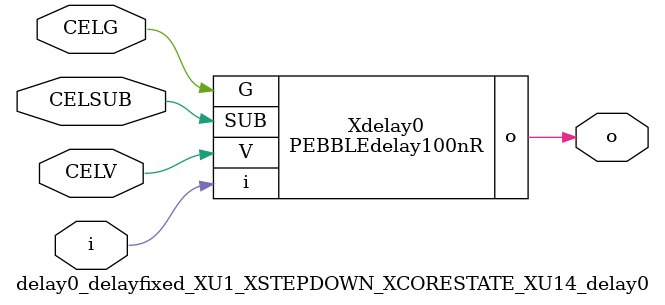
<source format=v>



module PEBBLEdelay100nR ( o, V, G, i, SUB );

  input V;
  input i;
  input G;
  output o;
  input SUB;
endmodule

//Celera Confidential Do Not Copy delay0_delayfixed_XU1_XSTEPDOWN_XCORESTATE_XU14_delay0
//TYPE: fixed 100ns
module delay0_delayfixed_XU1_XSTEPDOWN_XCORESTATE_XU14_delay0 (i, CELV, o,
CELG,CELSUB);
input CELV;
input i;
output o;
input CELSUB;
input CELG;

//Celera Confidential Do Not Copy delayfast0
PEBBLEdelay100nR Xdelay0(
.V (CELV),
.i (i),
.o (o),
.G (CELG),
.SUB (CELSUB)
);
//,diesize,PEBBLEdelay100nR

//Celera Confidential Do Not Copy Module End
//Celera Schematic Generator
endmodule

</source>
